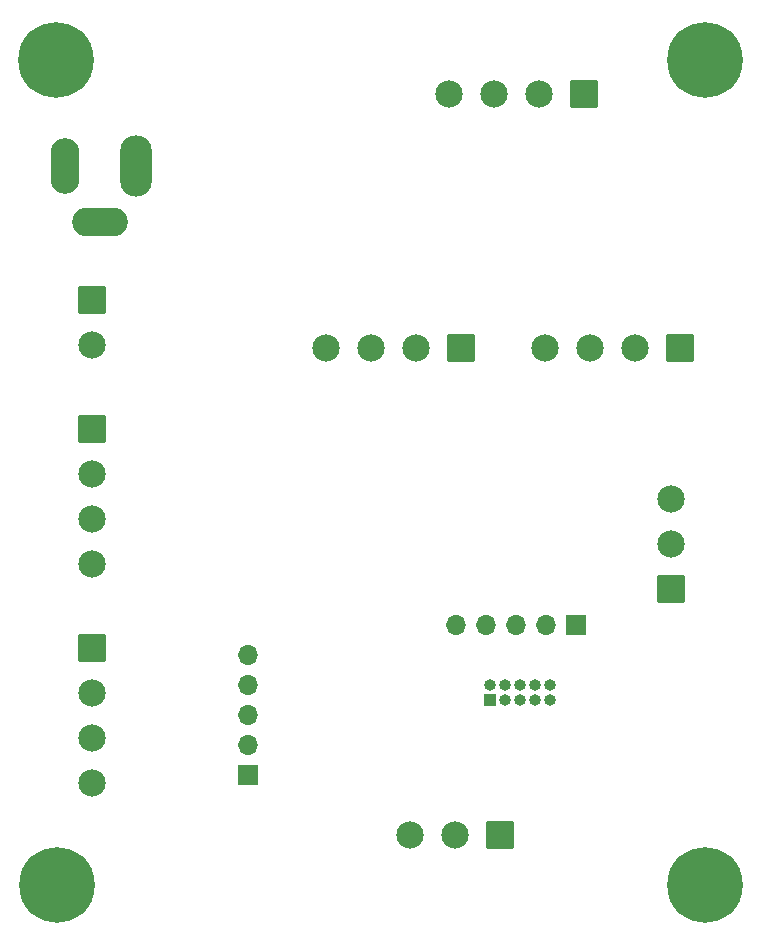
<source format=gbr>
%TF.GenerationSoftware,KiCad,Pcbnew,7.0.6-0*%
%TF.CreationDate,2023-08-27T14:09:03+10:00*%
%TF.ProjectId,u-nit,752d6e69-742e-46b6-9963-61645f706362,rev?*%
%TF.SameCoordinates,Original*%
%TF.FileFunction,Soldermask,Bot*%
%TF.FilePolarity,Negative*%
%FSLAX46Y46*%
G04 Gerber Fmt 4.6, Leading zero omitted, Abs format (unit mm)*
G04 Created by KiCad (PCBNEW 7.0.6-0) date 2023-08-27 14:09:03*
%MOMM*%
%LPD*%
G01*
G04 APERTURE LIST*
G04 Aperture macros list*
%AMRoundRect*
0 Rectangle with rounded corners*
0 $1 Rounding radius*
0 $2 $3 $4 $5 $6 $7 $8 $9 X,Y pos of 4 corners*
0 Add a 4 corners polygon primitive as box body*
4,1,4,$2,$3,$4,$5,$6,$7,$8,$9,$2,$3,0*
0 Add four circle primitives for the rounded corners*
1,1,$1+$1,$2,$3*
1,1,$1+$1,$4,$5*
1,1,$1+$1,$6,$7*
1,1,$1+$1,$8,$9*
0 Add four rect primitives between the rounded corners*
20,1,$1+$1,$2,$3,$4,$5,0*
20,1,$1+$1,$4,$5,$6,$7,0*
20,1,$1+$1,$6,$7,$8,$9,0*
20,1,$1+$1,$8,$9,$2,$3,0*%
G04 Aperture macros list end*
%ADD10RoundRect,0.102000X1.050000X1.050000X-1.050000X1.050000X-1.050000X-1.050000X1.050000X-1.050000X0*%
%ADD11C,2.304000*%
%ADD12RoundRect,0.102000X1.050000X-1.050000X1.050000X1.050000X-1.050000X1.050000X-1.050000X-1.050000X0*%
%ADD13C,3.600000*%
%ADD14C,6.400000*%
%ADD15R,1.000000X1.000000*%
%ADD16O,1.000000X1.000000*%
%ADD17RoundRect,0.102000X-1.050000X1.050000X-1.050000X-1.050000X1.050000X-1.050000X1.050000X1.050000X0*%
%ADD18R,1.700000X1.700000*%
%ADD19O,1.700000X1.700000*%
%ADD20O,2.704000X5.204000*%
%ADD21O,2.454000X4.704000*%
%ADD22O,4.704000X2.454000*%
G04 APERTURE END LIST*
D10*
%TO.C,J8*%
X159320019Y-68169596D03*
D11*
X155510019Y-68169596D03*
X151700019Y-68169596D03*
X147890019Y-68169596D03*
%TD*%
D12*
%TO.C,J6*%
X166686019Y-110079596D03*
D11*
X166686019Y-106269596D03*
X166686019Y-102459596D03*
%TD*%
D13*
%TO.C,H1*%
X114616019Y-65248596D03*
D14*
X114616019Y-65248596D03*
%TD*%
D15*
%TO.C,J3*%
X151349019Y-119463096D03*
D16*
X151349019Y-118193096D03*
X152619019Y-119463096D03*
X152619019Y-118193096D03*
X153889019Y-119463096D03*
X153889019Y-118193096D03*
X155159019Y-119463096D03*
X155159019Y-118193096D03*
X156429019Y-119463096D03*
X156429019Y-118193096D03*
%TD*%
D10*
%TO.C,J7*%
X148906019Y-89632596D03*
D11*
X145096019Y-89632596D03*
X141286019Y-89632596D03*
X137476019Y-89632596D03*
%TD*%
D10*
%TO.C,J12*%
X152208019Y-130907596D03*
D11*
X148398019Y-130907596D03*
X144588019Y-130907596D03*
%TD*%
D17*
%TO.C,J1*%
X117664019Y-85568596D03*
D11*
X117664019Y-89378596D03*
%TD*%
D17*
%TO.C,J10*%
X117674519Y-96490596D03*
D11*
X117674519Y-100300596D03*
X117674519Y-104110596D03*
X117674519Y-107920596D03*
%TD*%
D13*
%TO.C,H2*%
X169607019Y-65248596D03*
D14*
X169607019Y-65248596D03*
%TD*%
D10*
%TO.C,J5*%
X167448019Y-89632596D03*
D11*
X163638019Y-89632596D03*
X159828019Y-89632596D03*
X156018019Y-89632596D03*
%TD*%
D13*
%TO.C,H4*%
X169607019Y-135098596D03*
D14*
X169607019Y-135098596D03*
%TD*%
D18*
%TO.C,J9*%
X130872019Y-125827596D03*
D19*
X130872019Y-123287596D03*
X130872019Y-120747596D03*
X130872019Y-118207596D03*
X130872019Y-115667596D03*
%TD*%
D18*
%TO.C,J4*%
X158685019Y-113138096D03*
D19*
X156145019Y-113138096D03*
X153605019Y-113138096D03*
X151065019Y-113138096D03*
X148525019Y-113138096D03*
%TD*%
D20*
%TO.C,J2*%
X121367519Y-74265596D03*
D21*
X115367519Y-74265596D03*
D22*
X118367519Y-78965596D03*
%TD*%
D13*
%TO.C,H3*%
X114743019Y-135098596D03*
D14*
X114743019Y-135098596D03*
%TD*%
D17*
%TO.C,J11*%
X117674519Y-115043096D03*
D11*
X117674519Y-118853096D03*
X117674519Y-122663096D03*
X117674519Y-126473096D03*
%TD*%
M02*

</source>
